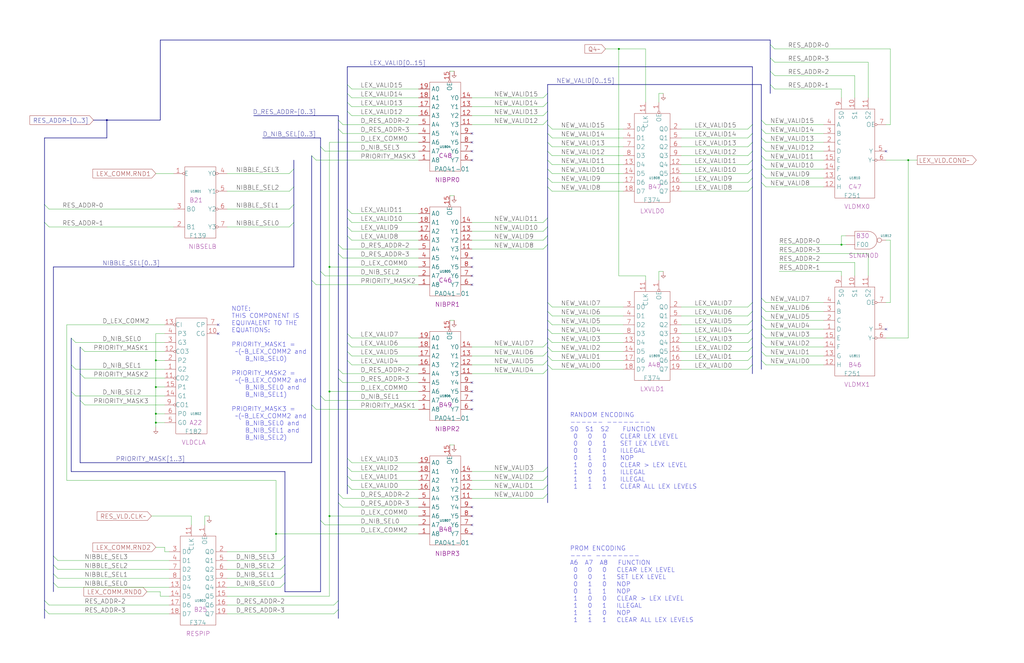
<source format=kicad_sch>
(kicad_sch (version 20250114) (generator "eeschema") (generator_version "9.0")
  (paper "User" 584.2 378.46)
  (title_block (title "RESOLVE LEX VALID") (date "22-MAY-90") (rev "1.0") (comment 1 "SEQUENCER") (comment 2 "232-003064") (comment 3 "S400") (comment 4 "RELEASED"))
  (lib_symbols
    (symbol "r1000:F00" (pin_numbers (hide yes)) (pin_names (hide yes))
      (property "Reference" "U" (at 15.24 0 0))
      (property "Value" "F00" (at 1.905 -5.08 0))
      (property "Location" "___" (at 1.905 0 0))
      (property "Name" "______" (at 2.54 -12.7 0))
      (symbol "F00_1_1"
        (pin input line (at -7.62 0 0) (length 5.08) (name "D0") (number "1"))
        (pin input line (at -7.62 -5.08 0) (length 5.08) (name "D1") (number "2"))
        (pin output line (at 15.24 -2.54 180) (length 2.54) (name "Q") (number "3"))
      )
      (symbol "F00_1_2"
        (pin input line (at -7.62 0 0) (length 2.54) (name "D0") (number "1"))
        (pin input line (at -7.62 -5.08 0) (length 2.54) (name "D1") (number "2"))
        (pin output line (at 15.24 -2.54 180) (length 5.08) (name "Q") (number "3"))
      )
    )
    (symbol "r1000:F139" (pin_names (offset 1.016))
      (property "Reference" "U" (at 2.54 5.08 0))
      (property "Value" "F139" (at -1.27 -20.32 0))
      (property "Location" "___" (at -1.27 0 0))
      (property "Name" "______" (at 6.35 -27.94 0))
      (symbol "F139_1_1"
        (pin input line (at -10.16 15.24 0) (length 5.08) (name "E") (number "1"))
        (pin input line (at -10.16 -5.08 0) (length 6.35) (name "B0") (number "3"))
        (pin input line (at -10.16 -15.24 0) (length 6.35) (name "B1") (number "2"))
        (pin output line (at 20.32 15.24 180) (length 5.08) (name "Y0") (number "4"))
        (pin output line (at 20.32 5.08 180) (length 5.08) (name "Y1") (number "5"))
        (pin output line (at 20.32 -5.08 180) (length 5.08) (name "Y2") (number "6"))
        (pin output line (at 20.32 -15.24 180) (length 5.08) (name "Y3") (number "7"))
      )
    )
    (symbol "r1000:F182" (pin_names (offset 1.016))
      (property "Reference" "U" (at 2.54 5.08 0))
      (property "Value" "F182" (at -3.81 -5.08 0))
      (property "Location" "___" (at -1.27 0 0))
      (property "Name" "______" (at 1.27 -12.7 0))
      (symbol "F182_1_1"
        (pin input line (at -15.24 55.88 0) (length 5.08) (name "CI") (number "13"))
        (pin input line (at -15.24 50.8 0) (length 6.35) (name "P3") (number "4"))
        (pin input line (at -15.24 45.72 0) (length 6.35) (name "G3") (number "3"))
        (pin output line (at -15.24 40.64 0) (length 5.08) (name "CO3") (number "12"))
        (pin input line (at -15.24 35.56 0) (length 6.35) (name "P2") (number "2"))
        (pin input line (at -15.24 30.48 0) (length 6.35) (name "G2") (number "1"))
        (pin output line (at -15.24 25.4 0) (length 5.08) (name "CO2") (number "11"))
        (pin input line (at -15.24 20.32 0) (length 6.35) (name "P1") (number "15"))
        (pin input line (at -15.24 15.24 0) (length 6.35) (name "G1") (number "14"))
        (pin output line (at -15.24 10.16 0) (length 5.08) (name "CO1") (number "9"))
        (pin input line (at -15.24 5.08 0) (length 6.35) (name "P0") (number "6"))
        (pin input line (at -15.24 0 0) (length 6.35) (name "G0") (number "5"))
        (pin output line (at 15.24 55.88 180) (length 6.35) (name "CP") (number "7"))
        (pin output line (at 15.24 50.8 180) (length 6.35) (name "CG") (number "10"))
      )
    )
    (symbol "r1000:F251" (pin_names (offset 1.016))
      (property "Reference" "U" (at 2.54 5.08 0))
      (property "Value" "F251" (at -3.81 -5.08 0))
      (property "Location" "___" (at -1.27 0 0))
      (property "Name" "______" (at 3.81 -12.7 0))
      (symbol "F251_1_1"
        (pin input line (at -15.24 35.56 0) (length 6.35) (name "A") (number "4"))
        (pin input line (at -15.24 30.48 0) (length 6.35) (name "B") (number "3"))
        (pin input line (at -15.24 25.4 0) (length 6.35) (name "C") (number "2"))
        (pin input line (at -15.24 20.32 0) (length 6.35) (name "D") (number "1"))
        (pin input line (at -15.24 15.24 0) (length 6.35) (name "E") (number "15"))
        (pin input line (at -15.24 10.16 0) (length 6.35) (name "F") (number "14"))
        (pin input line (at -15.24 5.08 0) (length 6.35) (name "G") (number "13"))
        (pin input line (at -15.24 0 0) (length 6.35) (name "H") (number "12"))
        (pin input line (at -5.08 50.8 270) (length 6.35) (name "S0") (number "9"))
        (pin input line (at 2.54 50.8 270) (length 6.35) (name "S1") (number "10"))
        (pin input line (at 10.16 50.8 270) (length 6.35) (name "S2") (number "11"))
        (pin input line (at 20.32 35.56 180) (length 5.08) (name "OE") (number "7"))
        (pin tri_state line (at 20.32 20.32 180) (length 6.35) (name "Y") (number "5"))
        (pin tri_state line (at 20.32 15.24 180) (length 5.08) (name "Y~") (number "6"))
      )
    )
    (symbol "r1000:F374" (pin_names (offset 1.016))
      (property "Reference" "U" (at 2.54 5.08 0))
      (property "Value" "F374" (at -3.81 -7.62 0))
      (property "Location" "___" (at -1.27 0 0))
      (property "Name" "______" (at 1.27 -15.24 0))
      (symbol "F374_1_1"
        (pin input line (at -15.24 33.02 0) (length 6.35) (name "D0") (number "3"))
        (pin input line (at -15.24 27.94 0) (length 6.35) (name "D1") (number "4"))
        (pin input line (at -15.24 22.86 0) (length 6.35) (name "D2") (number "7"))
        (pin input line (at -15.24 17.78 0) (length 6.35) (name "D3") (number "8"))
        (pin input line (at -15.24 12.7 0) (length 6.35) (name "D4") (number "13"))
        (pin input line (at -15.24 7.62 0) (length 6.35) (name "D5") (number "14"))
        (pin input line (at -15.24 2.54 0) (length 6.35) (name "D6") (number "17"))
        (pin input line (at -15.24 -2.54 0) (length 6.35) (name "D7") (number "18"))
        (pin input line (at -2.54 48.26 270) (length 6.35) (name "CLK") (number "11"))
        (pin input line (at 5.08 48.26 270) (length 5.08) (name "OE") (number "1"))
        (pin tri_state line (at 17.78 33.02 180) (length 6.35) (name "Q0") (number "2"))
        (pin tri_state line (at 17.78 27.94 180) (length 6.35) (name "Q1") (number "5"))
        (pin tri_state line (at 17.78 22.86 180) (length 6.35) (name "Q2") (number "6"))
        (pin tri_state line (at 17.78 17.78 180) (length 6.35) (name "Q3") (number "9"))
        (pin tri_state line (at 17.78 12.7 180) (length 6.35) (name "Q4") (number "12"))
        (pin tri_state line (at 17.78 7.62 180) (length 6.35) (name "Q5") (number "15"))
        (pin tri_state line (at 17.78 2.54 180) (length 6.35) (name "Q6") (number "16"))
        (pin tri_state line (at 17.78 -2.54 180) (length 6.35) (name "Q7") (number "19"))
      )
    )
    (symbol "r1000:PAxxx" (pin_names (offset 1.016))
      (property "Reference" "U" (at 2.54 5.08 0))
      (property "Value" "PAxxx" (at -3.81 -7.62 0))
      (property "Location" "___" (at -1.27 0 0))
      (property "Name" "______" (at 3.81 -15.24 0))
      (symbol "PAxxx_1_1"
        (pin input line (at -12.7 38.1 0) (length 6.35) (name "A0") (number "19"))
        (pin input line (at -12.7 33.02 0) (length 6.35) (name "A1") (number "18"))
        (pin input line (at -12.7 27.94 0) (length 6.35) (name "A2") (number "17"))
        (pin input line (at -12.7 22.86 0) (length 6.35) (name "A3") (number "16"))
        (pin input line (at -12.7 17.78 0) (length 6.35) (name "A4") (number "5"))
        (pin input line (at -12.7 12.7 0) (length 6.35) (name "A5") (number "4"))
        (pin input line (at -12.7 7.62 0) (length 6.35) (name "A6") (number "3"))
        (pin input line (at -12.7 2.54 0) (length 6.35) (name "A7") (number "2"))
        (pin input line (at -12.7 -2.54 0) (length 6.35) (name "A8") (number "1"))
        (pin input line (at 5.08 48.26 270) (length 5.08) (name "OE") (number "15"))
        (pin tri_state line (at 17.78 33.02 180) (length 6.35) (name "Y0") (number "14"))
        (pin tri_state line (at 17.78 27.94 180) (length 6.35) (name "Y1") (number "13"))
        (pin tri_state line (at 17.78 22.86 180) (length 6.35) (name "Y2") (number "12"))
        (pin tri_state line (at 17.78 17.78 180) (length 6.35) (name "Y3") (number "11"))
        (pin tri_state line (at 17.78 12.7 180) (length 6.35) (name "Y4") (number "9"))
        (pin tri_state line (at 17.78 7.62 180) (length 6.35) (name "Y5") (number "8"))
        (pin tri_state line (at 17.78 2.54 180) (length 6.35) (name "Y6") (number "7"))
        (pin tri_state line (at 17.78 -2.54 180) (length 6.35) (name "Y7") (number "6"))
      )
    )
    (symbol "r1000:PD" (power) (pin_numbers (hide yes)) (pin_names (hide yes)) (in_bom no)
      (symbol "PD_1_1"
        (pin power_in line (at 0 0 270) (length 2.54) (name "PD") (number "1"))
      )
    )
  )
  (text "RANDOM ENCODING\n------ --------\nS0  S1  S2    FUNCTION\n 0   0   0    CLEAR LEX LEVEL\n 0   0   1    SET LEX LEVEL\n 0   1   0    ILLEGAL\n 0   1   1    NOP\n 1   0   0    CLEAR > LEX LEVEL\n 1   0   1    ILLEGAL\n 1   1   0    ILLEGAL\n 1   1   1    CLEAR ALL LEX LEVELS\n" (at 325.12 279.4 0) (effects (font (size 2.54 2.54)) (justify left bottom)))
  (text "NOTE:\nTHIS COMPONENT IS\nEQUIVALENT TO THE\nEQUATIONS:\n\nPRIORITY_MASK1 =\n ~(~B_LEX_COMM2 and\n    B_NIB_SEL0)\n\nPRIORITY_MASK2 =\n ~(~B_LEX_COMM2 and\n    B_NIB_SEL0 and\n    B_NIB_SEL1)\n\nPRIORITY_MASK3 =\n ~(~B_LEX_COMM2 and\n    B_NIB_SEL0 and\n    B_NIB_SEL1 and\n    B_NIB_SEL2)" (at 132.08 251.46 0) (effects (font (size 2.54 2.54)) (justify left bottom)))
  (text "PROM ENCODING\n---- --------\nA6  A7  A8   FUNCTION\n 0   0   0   CLEAR LEX LEVEL\n 0   0   1   SET LEX LEVEL\n 0   1   0   NOP\n 0   1   1   NOP\n 1   0   0   CLEAR > LEX LEVEL\n 1   0   1   ILLEGAL\n 1   1   0   NOP\n 1   1   1   CLEAR ALL LEX LEVELS" (at 325.12 355.6 0) (effects (font (size 2.54 2.54)) (justify left bottom)))
  (junction (at 187.96 223.52))
  (junction (at 187.96 152.4))
  (junction (at 480.06 139.7))
  (junction (at 88.9 236.22))
  (junction (at 88.9 241.3))
  (junction (at 353.06 27.94))
  (junction (at 187.96 294.64))
  (junction (at 88.9 220.98))
  (junction (at 60.96 68.58))
  (junction (at 157.48 304.8))
  (junction (at 88.9 205.74))
  (junction (at 518.16 91.44))
  (no_connect (at 269.24 304.8))
  (no_connect (at 269.24 218.44))
  (no_connect (at 269.24 91.44))
  (no_connect (at 269.24 152.4))
  (no_connect (at 124.46 190.5))
  (no_connect (at 269.24 289.56))
  (no_connect (at 269.24 294.64))
  (no_connect (at 124.46 185.42))
  (no_connect (at 269.24 81.28))
  (no_connect (at 269.24 299.72))
  (no_connect (at 505.46 187.96))
  (no_connect (at 269.24 228.6))
  (no_connect (at 269.24 162.56))
  (no_connect (at 269.24 147.32))
  (no_connect (at 269.24 157.48))
  (no_connect (at 269.24 76.2))
  (no_connect (at 505.46 86.36))
  (no_connect (at 269.24 223.52))
  (no_connect (at 269.24 86.36))
  (no_connect (at 269.24 233.68))
  (bus_entry (at 439.42 40.64) (size 2.54 2.54))
  (bus_entry (at 312.42 208.28) (size 2.54 2.54))
  (bus_entry (at 162.56 332.74) (size -2.54 2.54))
  (bus_entry (at 177.8 160.02) (size 2.54 2.54))
  (bus_entry (at 182.88 83.82) (size 2.54 2.54))
  (bus_entry (at 429.26 91.44) (size -2.54 2.54))
  (bus_entry (at 312.42 281.94) (size -2.54 2.54))
  (bus_entry (at 182.88 297.18) (size 2.54 2.54))
  (bus_entry (at 439.42 48.26) (size 2.54 2.54))
  (bus_entry (at 182.88 154.94) (size 2.54 2.54))
  (bus_entry (at 40.64 193.04) (size 2.54 2.54))
  (bus_entry (at 193.04 144.78) (size 2.54 2.54))
  (bus_entry (at 177.8 88.9) (size 2.54 2.54))
  (bus_entry (at 312.42 68.58) (size -2.54 2.54))
  (bus_entry (at 312.42 139.7) (size -2.54 2.54))
  (bus_entry (at 434.34 68.58) (size 2.54 2.54))
  (bus_entry (at 312.42 193.04) (size 2.54 2.54))
  (bus_entry (at 434.34 104.14) (size 2.54 2.54))
  (bus_entry (at 439.42 25.4) (size 2.54 2.54))
  (bus_entry (at 198.12 266.7) (size 2.54 2.54))
  (bus_entry (at 312.42 134.62) (size -2.54 2.54))
  (bus_entry (at 312.42 172.72) (size 2.54 2.54))
  (bus_entry (at 45.72 228.6) (size 2.54 2.54))
  (bus_entry (at 198.12 271.78) (size 2.54 2.54))
  (bus_entry (at 434.34 205.74) (size 2.54 2.54))
  (bus_entry (at 312.42 81.28) (size 2.54 2.54))
  (bus_entry (at 434.34 83.82) (size 2.54 2.54))
  (bus_entry (at 193.04 73.66) (size 2.54 2.54))
  (bus_entry (at 429.26 71.12) (size -2.54 2.54))
  (bus_entry (at 198.12 119.38) (size 2.54 2.54))
  (bus_entry (at 429.26 86.36) (size -2.54 2.54))
  (bus_entry (at 429.26 81.28) (size -2.54 2.54))
  (bus_entry (at 25.4 116.84) (size 2.54 2.54))
  (bus_entry (at 198.12 58.42) (size 2.54 2.54))
  (bus_entry (at 434.34 73.66) (size 2.54 2.54))
  (bus_entry (at 429.26 182.88) (size -2.54 2.54))
  (bus_entry (at 182.88 226.06) (size 2.54 2.54))
  (bus_entry (at 198.12 134.62) (size 2.54 2.54))
  (bus_entry (at 429.26 193.04) (size -2.54 2.54))
  (bus_entry (at 162.56 322.58) (size -2.54 2.54))
  (bus_entry (at 312.42 129.54) (size -2.54 2.54))
  (bus_entry (at 434.34 195.58) (size 2.54 2.54))
  (bus_entry (at 312.42 198.12) (size 2.54 2.54))
  (bus_entry (at 312.42 106.68) (size 2.54 2.54))
  (bus_entry (at 25.4 347.98) (size 2.54 2.54))
  (bus_entry (at 30.48 317.5) (size 2.54 2.54))
  (bus_entry (at 312.42 86.36) (size 2.54 2.54))
  (bus_entry (at 312.42 210.82) (size -2.54 2.54))
  (bus_entry (at 434.34 78.74) (size 2.54 2.54))
  (bus_entry (at 434.34 88.9) (size 2.54 2.54))
  (bus_entry (at 193.04 139.7) (size 2.54 2.54))
  (bus_entry (at 434.34 190.5) (size 2.54 2.54))
  (bus_entry (at 193.04 210.82) (size 2.54 2.54))
  (bus_entry (at 429.26 187.96) (size -2.54 2.54))
  (bus_entry (at 198.12 200.66) (size 2.54 2.54))
  (bus_entry (at 312.42 63.5) (size -2.54 2.54))
  (bus_entry (at 434.34 180.34) (size 2.54 2.54))
  (bus_entry (at 439.42 33.02) (size 2.54 2.54))
  (bus_entry (at 312.42 76.2) (size 2.54 2.54))
  (bus_entry (at 312.42 203.2) (size 2.54 2.54))
  (bus_entry (at 167.64 116.84) (size -2.54 2.54))
  (bus_entry (at 434.34 200.66) (size 2.54 2.54))
  (bus_entry (at 312.42 91.44) (size 2.54 2.54))
  (bus_entry (at 312.42 266.7) (size -2.54 2.54))
  (bus_entry (at 429.26 203.2) (size -2.54 2.54))
  (bus_entry (at 30.48 332.74) (size 2.54 2.54))
  (bus_entry (at 434.34 93.98) (size 2.54 2.54))
  (bus_entry (at 167.64 96.52) (size -2.54 2.54))
  (bus_entry (at 198.12 129.54) (size 2.54 2.54))
  (bus_entry (at 429.26 106.68) (size -2.54 2.54))
  (bus_entry (at 312.42 124.46) (size -2.54 2.54))
  (bus_entry (at 193.04 342.9) (size -2.54 2.54))
  (bus_entry (at 198.12 190.5) (size 2.54 2.54))
  (bus_entry (at 429.26 172.72) (size -2.54 2.54))
  (bus_entry (at 25.4 127) (size 2.54 2.54))
  (bus_entry (at 193.04 347.98) (size -2.54 2.54))
  (bus_entry (at 434.34 99.06) (size 2.54 2.54))
  (bus_entry (at 434.34 175.26) (size 2.54 2.54))
  (bus_entry (at 198.12 261.62) (size 2.54 2.54))
  (bus_entry (at 25.4 342.9) (size 2.54 2.54))
  (bus_entry (at 312.42 276.86) (size -2.54 2.54))
  (bus_entry (at 312.42 195.58) (size -2.54 2.54))
  (bus_entry (at 193.04 281.94) (size 2.54 2.54))
  (bus_entry (at 193.04 215.9) (size 2.54 2.54))
  (bus_entry (at 167.64 106.68) (size -2.54 2.54))
  (bus_entry (at 198.12 124.46) (size 2.54 2.54))
  (bus_entry (at 429.26 96.52) (size -2.54 2.54))
  (bus_entry (at 429.26 198.12) (size -2.54 2.54))
  (bus_entry (at 312.42 187.96) (size 2.54 2.54))
  (bus_entry (at 198.12 195.58) (size 2.54 2.54))
  (bus_entry (at 312.42 200.66) (size -2.54 2.54))
  (bus_entry (at 434.34 185.42) (size 2.54 2.54))
  (bus_entry (at 193.04 68.58) (size 2.54 2.54))
  (bus_entry (at 429.26 101.6) (size -2.54 2.54))
  (bus_entry (at 312.42 101.6) (size 2.54 2.54))
  (bus_entry (at 429.26 177.8) (size -2.54 2.54))
  (bus_entry (at 198.12 53.34) (size 2.54 2.54))
  (bus_entry (at 312.42 58.42) (size -2.54 2.54))
  (bus_entry (at 312.42 96.52) (size 2.54 2.54))
  (bus_entry (at 167.64 127) (size -2.54 2.54))
  (bus_entry (at 312.42 53.34) (size -2.54 2.54))
  (bus_entry (at 45.72 198.12) (size 2.54 2.54))
  (bus_entry (at 434.34 170.18) (size 2.54 2.54))
  (bus_entry (at 198.12 48.26) (size 2.54 2.54))
  (bus_entry (at 198.12 205.74) (size 2.54 2.54))
  (bus_entry (at 40.64 208.28) (size 2.54 2.54))
  (bus_entry (at 429.26 76.2) (size -2.54 2.54))
  (bus_entry (at 162.56 327.66) (size -2.54 2.54))
  (bus_entry (at 193.04 287.02) (size 2.54 2.54))
  (bus_entry (at 312.42 71.12) (size 2.54 2.54))
  (bus_entry (at 429.26 208.28) (size -2.54 2.54))
  (bus_entry (at 312.42 177.8) (size 2.54 2.54))
  (bus_entry (at 30.48 327.66) (size 2.54 2.54))
  (bus_entry (at 45.72 213.36) (size 2.54 2.54))
  (bus_entry (at 312.42 205.74) (size -2.54 2.54))
  (bus_entry (at 40.64 223.52) (size 2.54 2.54))
  (bus_entry (at 312.42 271.78) (size -2.54 2.54))
  (bus_entry (at 198.12 63.5) (size 2.54 2.54))
  (bus_entry (at 177.8 231.14) (size 2.54 2.54))
  (bus_entry (at 30.48 322.58) (size 2.54 2.54))
  (bus_entry (at 162.56 317.5) (size -2.54 2.54))
  (bus_entry (at 198.12 276.86) (size 2.54 2.54))
  (bus_entry (at 312.42 182.88) (size 2.54 2.54))
  (bus (pts (xy 439.42 25.4) (xy 439.42 33.02)))
  (wire (pts (xy 88.9 241.3) (xy 88.9 243.84)))
  (wire (pts (xy 269.24 71.12) (xy 309.88 71.12)))
  (bus (pts (xy 193.04 287.02) (xy 193.04 342.9)))
  (wire (pts (xy 185.42 157.48) (xy 238.76 157.48)))
  (wire (pts (xy 129.54 330.2) (xy 160.02 330.2)))
  (bus (pts (xy 198.12 271.78) (xy 198.12 276.86)))
  (bus (pts (xy 193.04 342.9) (xy 193.04 347.98)))
  (bus (pts (xy 434.34 185.42) (xy 434.34 190.5)))
  (wire (pts (xy 436.88 198.12) (xy 469.9 198.12)))
  (wire (pts (xy 436.88 71.12) (xy 469.9 71.12)))
  (bus (pts (xy 182.88 83.82) (xy 182.88 154.94)))
  (bus (pts (xy 312.42 195.58) (xy 312.42 198.12)))
  (bus (pts (xy 193.04 144.78) (xy 193.04 210.82)))
  (wire (pts (xy 93.98 185.42) (xy 38.1 185.42)))
  (wire (pts (xy 436.88 177.8) (xy 469.9 177.8)))
  (wire (pts (xy 495.3 144.78) (xy 495.3 157.48)))
  (bus (pts (xy 162.56 322.58) (xy 162.56 327.66)))
  (bus (pts (xy 312.42 210.82) (xy 312.42 266.7)))
  (wire (pts (xy 195.58 147.32) (xy 238.76 147.32)))
  (wire (pts (xy 388.62 180.34) (xy 426.72 180.34)))
  (wire (pts (xy 269.24 198.12) (xy 309.88 198.12)))
  (bus (pts (xy 312.42 101.6) (xy 312.42 106.68)))
  (bus (pts (xy 429.26 203.2) (xy 429.26 208.28)))
  (wire (pts (xy 375.92 53.34) (xy 375.92 58.42)))
  (bus (pts (xy 193.04 66.04) (xy 193.04 68.58)))
  (bus (pts (xy 162.56 269.24) (xy 162.56 317.5)))
  (wire (pts (xy 187.96 152.4) (xy 238.76 152.4)))
  (wire (pts (xy 116.84 294.64) (xy 116.84 299.72)))
  (wire (pts (xy 388.62 73.66) (xy 426.72 73.66)))
  (wire (pts (xy 505.46 172.72) (xy 508 172.72)))
  (wire (pts (xy 88.9 220.98) (xy 93.98 220.98)))
  (wire (pts (xy 88.9 99.06) (xy 99.06 99.06)))
  (bus (pts (xy 312.42 281.94) (xy 312.42 287.02)))
  (wire (pts (xy 508 137.16) (xy 508 172.72)))
  (bus (pts (xy 198.12 53.34) (xy 198.12 58.42)))
  (wire (pts (xy 27.94 129.54) (xy 99.06 129.54)))
  (wire (pts (xy 495.3 35.56) (xy 495.3 55.88)))
  (bus (pts (xy 312.42 124.46) (xy 312.42 129.54)))
  (bus (pts (xy 439.42 22.86) (xy 439.42 25.4)))
  (bus (pts (xy 149.86 78.74) (xy 182.88 78.74)))
  (wire (pts (xy 200.66 193.04) (xy 238.76 193.04)))
  (bus (pts (xy 25.4 347.98) (xy 25.4 353.06)))
  (wire (pts (xy 487.68 43.18) (xy 487.68 55.88)))
  (bus (pts (xy 167.64 96.52) (xy 167.64 106.68)))
  (wire (pts (xy 33.02 320.04) (xy 96.52 320.04)))
  (wire (pts (xy 441.96 35.56) (xy 495.3 35.56)))
  (bus (pts (xy 434.34 170.18) (xy 434.34 175.26)))
  (wire (pts (xy 505.46 193.04) (xy 518.16 193.04)))
  (bus (pts (xy 429.26 101.6) (xy 429.26 106.68)))
  (wire (pts (xy 388.62 205.74) (xy 426.72 205.74)))
  (bus (pts (xy 429.26 71.12) (xy 429.26 76.2)))
  (bus (pts (xy 162.56 332.74) (xy 162.56 337.82)))
  (bus (pts (xy 144.78 66.04) (xy 193.04 66.04)))
  (bus (pts (xy 25.4 342.9) (xy 25.4 347.98)))
  (wire (pts (xy 200.66 198.12) (xy 238.76 198.12)))
  (bus (pts (xy 167.64 106.68) (xy 167.64 116.84)))
  (bus (pts (xy 312.42 182.88) (xy 312.42 187.96)))
  (wire (pts (xy 480.06 50.8) (xy 480.06 55.88)))
  (wire (pts (xy 388.62 88.9) (xy 426.72 88.9)))
  (wire (pts (xy 195.58 142.24) (xy 238.76 142.24)))
  (bus (pts (xy 434.34 83.82) (xy 434.34 88.9)))
  (bus (pts (xy 198.12 134.62) (xy 198.12 190.5)))
  (bus (pts (xy 434.34 205.74) (xy 434.34 210.82)))
  (wire (pts (xy 436.88 208.28) (xy 469.9 208.28)))
  (wire (pts (xy 269.24 60.96) (xy 309.88 60.96)))
  (wire (pts (xy 375.92 154.94) (xy 378.46 154.94)))
  (wire (pts (xy 436.88 96.52) (xy 469.9 96.52)))
  (wire (pts (xy 200.66 127) (xy 238.76 127)))
  (wire (pts (xy 487.68 149.86) (xy 487.68 157.48)))
  (wire (pts (xy 200.66 279.4) (xy 238.76 279.4)))
  (bus (pts (xy 434.34 68.58) (xy 434.34 73.66)))
  (wire (pts (xy 129.54 129.54) (xy 165.1 129.54)))
  (bus (pts (xy 429.26 106.68) (xy 429.26 172.72)))
  (bus (pts (xy 312.42 91.44) (xy 312.42 96.52)))
  (wire (pts (xy 88.9 236.22) (xy 88.9 241.3)))
  (bus (pts (xy 312.42 172.72) (xy 312.42 177.8)))
  (bus (pts (xy 434.34 88.9) (xy 434.34 93.98)))
  (bus (pts (xy 439.42 40.64) (xy 439.42 48.26)))
  (bus (pts (xy 312.42 203.2) (xy 312.42 205.74)))
  (wire (pts (xy 91.44 340.36) (xy 96.52 340.36)))
  (bus (pts (xy 312.42 200.66) (xy 312.42 203.2)))
  (wire (pts (xy 314.96 200.66) (xy 355.6 200.66)))
  (wire (pts (xy 185.42 299.72) (xy 238.76 299.72)))
  (bus (pts (xy 429.26 96.52) (xy 429.26 101.6)))
  (wire (pts (xy 256.54 111.76) (xy 259.08 111.76)))
  (wire (pts (xy 157.48 304.8) (xy 238.76 304.8)))
  (bus (pts (xy 198.12 261.62) (xy 198.12 266.7)))
  (bus (pts (xy 60.96 68.58) (xy 60.96 78.74)))
  (bus (pts (xy 193.04 215.9) (xy 193.04 281.94)))
  (wire (pts (xy 314.96 88.9) (xy 355.6 88.9)))
  (wire (pts (xy 256.54 182.88) (xy 259.08 182.88)))
  (wire (pts (xy 368.3 157.48) (xy 368.3 160.02)))
  (bus (pts (xy 198.12 195.58) (xy 198.12 200.66)))
  (wire (pts (xy 129.54 109.22) (xy 165.1 109.22)))
  (bus (pts (xy 434.34 73.66) (xy 434.34 78.74)))
  (bus (pts (xy 312.42 208.28) (xy 312.42 210.82)))
  (wire (pts (xy 180.34 91.44) (xy 238.76 91.44)))
  (wire (pts (xy 88.9 241.3) (xy 93.98 241.3)))
  (bus (pts (xy 434.34 200.66) (xy 434.34 205.74)))
  (bus (pts (xy 198.12 129.54) (xy 198.12 134.62)))
  (bus (pts (xy 429.26 38.1) (xy 429.26 71.12)))
  (wire (pts (xy 48.26 200.66) (xy 93.98 200.66)))
  (bus (pts (xy 312.42 48.26) (xy 434.34 48.26)))
  (wire (pts (xy 269.24 274.32) (xy 309.88 274.32)))
  (wire (pts (xy 518.16 193.04) (xy 518.16 91.44)))
  (bus (pts (xy 434.34 104.14) (xy 434.34 170.18)))
  (bus (pts (xy 198.12 124.46) (xy 198.12 129.54)))
  (wire (pts (xy 480.06 139.7) (xy 482.6 139.7)))
  (bus (pts (xy 193.04 68.58) (xy 193.04 73.66)))
  (wire (pts (xy 436.88 86.36) (xy 469.9 86.36)))
  (bus (pts (xy 167.64 116.84) (xy 167.64 127)))
  (bus (pts (xy 162.56 317.5) (xy 162.56 322.58)))
  (wire (pts (xy 129.54 340.36) (xy 187.96 340.36)))
  (wire (pts (xy 441.96 27.94) (xy 508 27.94)))
  (bus (pts (xy 45.72 213.36) (xy 45.72 228.6)))
  (bus (pts (xy 312.42 86.36) (xy 312.42 91.44)))
  (bus (pts (xy 434.34 78.74) (xy 434.34 83.82)))
  (bus (pts (xy 439.42 22.86) (xy 91.44 22.86)))
  (wire (pts (xy 375.92 154.94) (xy 375.92 160.02)))
  (wire (pts (xy 43.18 195.58) (xy 93.98 195.58)))
  (bus (pts (xy 193.04 210.82) (xy 193.04 215.9)))
  (wire (pts (xy 314.96 73.66) (xy 355.6 73.66)))
  (bus (pts (xy 439.42 33.02) (xy 439.42 40.64)))
  (wire (pts (xy 33.02 330.2) (xy 96.52 330.2)))
  (wire (pts (xy 314.96 109.22) (xy 355.6 109.22)))
  (wire (pts (xy 508 27.94) (xy 508 71.12)))
  (bus (pts (xy 434.34 195.58) (xy 434.34 200.66)))
  (wire (pts (xy 269.24 213.36) (xy 309.88 213.36)))
  (wire (pts (xy 187.96 223.52) (xy 238.76 223.52)))
  (wire (pts (xy 314.96 83.82) (xy 355.6 83.82)))
  (wire (pts (xy 157.48 304.8) (xy 157.48 314.96)))
  (wire (pts (xy 88.9 205.74) (xy 88.9 220.98)))
  (bus (pts (xy 177.8 231.14) (xy 177.8 264.16)))
  (bus (pts (xy 198.12 190.5) (xy 198.12 195.58)))
  (wire (pts (xy 200.66 269.24) (xy 238.76 269.24)))
  (wire (pts (xy 119.38 294.64) (xy 116.84 294.64)))
  (bus (pts (xy 182.88 297.18) (xy 182.88 337.82)))
  (wire (pts (xy 518.16 91.44) (xy 523.24 91.44)))
  (wire (pts (xy 48.26 231.14) (xy 93.98 231.14)))
  (bus (pts (xy 198.12 119.38) (xy 198.12 124.46)))
  (wire (pts (xy 444.5 149.86) (xy 487.68 149.86)))
  (bus (pts (xy 91.44 22.86) (xy 91.44 68.58)))
  (bus (pts (xy 312.42 134.62) (xy 312.42 139.7)))
  (bus (pts (xy 312.42 276.86) (xy 312.42 281.94)))
  (wire (pts (xy 27.94 345.44) (xy 96.52 345.44)))
  (wire (pts (xy 129.54 325.12) (xy 160.02 325.12)))
  (bus (pts (xy 312.42 266.7) (xy 312.42 271.78)))
  (bus (pts (xy 312.42 198.12) (xy 312.42 200.66)))
  (wire (pts (xy 83.82 337.82) (xy 91.44 337.82)))
  (bus (pts (xy 312.42 53.34) (xy 312.42 58.42)))
  (wire (pts (xy 269.24 132.08) (xy 309.88 132.08)))
  (wire (pts (xy 388.62 195.58) (xy 426.72 195.58)))
  (wire (pts (xy 368.3 27.94) (xy 368.3 58.42)))
  (bus (pts (xy 312.42 76.2) (xy 312.42 81.28)))
  (bus (pts (xy 429.26 76.2) (xy 429.26 81.28)))
  (wire (pts (xy 436.88 91.44) (xy 469.9 91.44)))
  (wire (pts (xy 480.06 154.94) (xy 480.06 157.48)))
  (wire (pts (xy 314.96 104.14) (xy 355.6 104.14)))
  (wire (pts (xy 27.94 119.38) (xy 99.06 119.38)))
  (wire (pts (xy 314.96 175.26) (xy 355.6 175.26)))
  (wire (pts (xy 129.54 99.06) (xy 165.1 99.06)))
  (wire (pts (xy 436.88 172.72) (xy 469.9 172.72)))
  (bus (pts (xy 198.12 205.74) (xy 198.12 261.62)))
  (wire (pts (xy 187.96 340.36) (xy 187.96 294.64)))
  (wire (pts (xy 505.46 137.16) (xy 508 137.16)))
  (bus (pts (xy 198.12 266.7) (xy 198.12 271.78)))
  (bus (pts (xy 167.64 91.44) (xy 167.64 96.52)))
  (bus (pts (xy 434.34 180.34) (xy 434.34 185.42)))
  (bus (pts (xy 30.48 332.74) (xy 30.48 337.82)))
  (wire (pts (xy 444.5 139.7) (xy 480.06 139.7)))
  (bus (pts (xy 312.42 48.26) (xy 312.42 53.34)))
  (wire (pts (xy 269.24 137.16) (xy 309.88 137.16)))
  (wire (pts (xy 269.24 203.2) (xy 309.88 203.2)))
  (wire (pts (xy 436.88 106.68) (xy 469.9 106.68)))
  (bus (pts (xy 182.88 78.74) (xy 182.88 83.82)))
  (wire (pts (xy 33.02 325.12) (xy 96.52 325.12)))
  (wire (pts (xy 180.34 233.68) (xy 238.76 233.68)))
  (bus (pts (xy 30.48 152.4) (xy 30.48 317.5)))
  (wire (pts (xy 314.96 210.82) (xy 355.6 210.82)))
  (bus (pts (xy 25.4 78.74) (xy 25.4 116.84)))
  (bus (pts (xy 429.26 177.8) (xy 429.26 182.88)))
  (wire (pts (xy 129.54 320.04) (xy 160.02 320.04)))
  (bus (pts (xy 312.42 205.74) (xy 312.42 208.28)))
  (wire (pts (xy 157.48 314.96) (xy 129.54 314.96)))
  (wire (pts (xy 200.66 55.88) (xy 238.76 55.88)))
  (bus (pts (xy 312.42 129.54) (xy 312.42 134.62)))
  (wire (pts (xy 345.44 27.94) (xy 353.06 27.94)))
  (wire (pts (xy 93.98 312.42) (xy 93.98 314.96)))
  (bus (pts (xy 167.64 152.4) (xy 30.48 152.4)))
  (wire (pts (xy 314.96 205.74) (xy 355.6 205.74)))
  (bus (pts (xy 30.48 322.58) (xy 30.48 327.66)))
  (wire (pts (xy 441.96 43.18) (xy 487.68 43.18)))
  (wire (pts (xy 436.88 81.28) (xy 469.9 81.28)))
  (wire (pts (xy 388.62 109.22) (xy 426.72 109.22)))
  (bus (pts (xy 429.26 182.88) (xy 429.26 187.96)))
  (wire (pts (xy 353.06 27.94) (xy 368.3 27.94)))
  (wire (pts (xy 200.66 60.96) (xy 238.76 60.96)))
  (bus (pts (xy 312.42 193.04) (xy 312.42 195.58)))
  (bus (pts (xy 198.12 48.26) (xy 198.12 53.34)))
  (bus (pts (xy 312.42 68.58) (xy 312.42 71.12)))
  (bus (pts (xy 434.34 99.06) (xy 434.34 104.14)))
  (bus (pts (xy 312.42 81.28) (xy 312.42 86.36)))
  (bus (pts (xy 193.04 347.98) (xy 193.04 353.06)))
  (wire (pts (xy 314.96 180.34) (xy 355.6 180.34)))
  (bus (pts (xy 40.64 223.52) (xy 40.64 269.24)))
  (wire (pts (xy 269.24 127) (xy 309.88 127)))
  (wire (pts (xy 388.62 175.26) (xy 426.72 175.26)))
  (bus (pts (xy 198.12 63.5) (xy 198.12 119.38)))
  (wire (pts (xy 480.06 134.62) (xy 480.06 139.7)))
  (wire (pts (xy 436.88 76.2) (xy 469.9 76.2)))
  (bus (pts (xy 25.4 127) (xy 25.4 342.9)))
  (wire (pts (xy 180.34 162.56) (xy 238.76 162.56)))
  (wire (pts (xy 436.88 187.96) (xy 469.9 187.96)))
  (wire (pts (xy 388.62 93.98) (xy 426.72 93.98)))
  (wire (pts (xy 505.46 91.44) (xy 518.16 91.44)))
  (wire (pts (xy 388.62 83.82) (xy 426.72 83.82)))
  (bus (pts (xy 312.42 63.5) (xy 312.42 68.58)))
  (wire (pts (xy 269.24 279.4) (xy 309.88 279.4)))
  (bus (pts (xy 312.42 177.8) (xy 312.42 182.88)))
  (wire (pts (xy 38.1 185.42) (xy 38.1 274.32)))
  (wire (pts (xy 388.62 99.06) (xy 426.72 99.06)))
  (bus (pts (xy 429.26 91.44) (xy 429.26 96.52)))
  (bus (pts (xy 193.04 139.7) (xy 193.04 144.78)))
  (bus (pts (xy 312.42 139.7) (xy 312.42 172.72)))
  (bus (pts (xy 429.26 187.96) (xy 429.26 193.04)))
  (wire (pts (xy 200.66 264.16) (xy 238.76 264.16)))
  (bus (pts (xy 312.42 187.96) (xy 312.42 193.04)))
  (wire (pts (xy 256.54 40.64) (xy 259.08 40.64)))
  (wire (pts (xy 378.46 53.34) (xy 375.92 53.34)))
  (bus (pts (xy 429.26 193.04) (xy 429.26 198.12)))
  (wire (pts (xy 187.96 294.64) (xy 238.76 294.64)))
  (bus (pts (xy 429.26 86.36) (xy 429.26 91.44)))
  (wire (pts (xy 185.42 228.6) (xy 238.76 228.6)))
  (bus (pts (xy 60.96 78.74) (xy 25.4 78.74)))
  (wire (pts (xy 195.58 284.48) (xy 238.76 284.48)))
  (bus (pts (xy 198.12 38.1) (xy 198.12 48.26)))
  (wire (pts (xy 388.62 210.82) (xy 426.72 210.82)))
  (wire (pts (xy 508 71.12) (xy 505.46 71.12)))
  (wire (pts (xy 129.54 335.28) (xy 160.02 335.28)))
  (wire (pts (xy 109.22 294.64) (xy 109.22 299.72)))
  (bus (pts (xy 198.12 200.66) (xy 198.12 205.74)))
  (bus (pts (xy 429.26 198.12) (xy 429.26 203.2)))
  (wire (pts (xy 38.1 274.32) (xy 157.48 274.32)))
  (bus (pts (xy 434.34 175.26) (xy 434.34 180.34)))
  (wire (pts (xy 129.54 350.52) (xy 190.5 350.52)))
  (wire (pts (xy 43.18 226.06) (xy 93.98 226.06)))
  (wire (pts (xy 269.24 284.48) (xy 309.88 284.48)))
  (bus (pts (xy 30.48 327.66) (xy 30.48 332.74)))
  (bus (pts (xy 45.72 228.6) (xy 45.72 264.16)))
  (bus (pts (xy 198.12 38.1) (xy 429.26 38.1)))
  (wire (pts (xy 314.96 93.98) (xy 355.6 93.98)))
  (bus (pts (xy 429.26 172.72) (xy 429.26 177.8)))
  (wire (pts (xy 200.66 137.16) (xy 238.76 137.16)))
  (bus (pts (xy 429.26 81.28) (xy 429.26 86.36)))
  (wire (pts (xy 185.42 86.36) (xy 238.76 86.36)))
  (bus (pts (xy 53.34 68.58) (xy 60.96 68.58)))
  (wire (pts (xy 88.9 220.98) (xy 88.9 236.22)))
  (wire (pts (xy 269.24 269.24) (xy 309.88 269.24)))
  (wire (pts (xy 200.66 203.2) (xy 238.76 203.2)))
  (wire (pts (xy 88.9 190.5) (xy 88.9 205.74)))
  (wire (pts (xy 269.24 142.24) (xy 309.88 142.24)))
  (wire (pts (xy 86.36 294.64) (xy 109.22 294.64)))
  (wire (pts (xy 195.58 71.12) (xy 238.76 71.12)))
  (bus (pts (xy 434.34 48.26) (xy 434.34 68.58)))
  (wire (pts (xy 441.96 50.8) (xy 480.06 50.8)))
  (wire (pts (xy 256.54 254) (xy 259.08 254)))
  (wire (pts (xy 269.24 66.04) (xy 309.88 66.04)))
  (bus (pts (xy 40.64 269.24) (xy 162.56 269.24)))
  (bus (pts (xy 45.72 198.12) (xy 45.72 213.36)))
  (bus (pts (xy 30.48 317.5) (xy 30.48 322.58)))
  (bus (pts (xy 312.42 71.12) (xy 312.42 76.2)))
  (wire (pts (xy 93.98 190.5) (xy 88.9 190.5)))
  (wire (pts (xy 195.58 218.44) (xy 238.76 218.44)))
  (bus (pts (xy 198.12 58.42) (xy 198.12 63.5)))
  (bus (pts (xy 439.42 48.26) (xy 439.42 53.34)))
  (wire (pts (xy 88.9 236.22) (xy 93.98 236.22)))
  (bus (pts (xy 312.42 271.78) (xy 312.42 276.86)))
  (bus (pts (xy 91.44 68.58) (xy 60.96 68.58)))
  (wire (pts (xy 187.96 81.28) (xy 238.76 81.28)))
  (wire (pts (xy 157.48 274.32) (xy 157.48 304.8)))
  (wire (pts (xy 200.66 208.28) (xy 238.76 208.28)))
  (wire (pts (xy 388.62 200.66) (xy 426.72 200.66)))
  (bus (pts (xy 312.42 96.52) (xy 312.42 101.6)))
  (wire (pts (xy 187.96 81.28) (xy 187.96 152.4)))
  (bus (pts (xy 193.04 281.94) (xy 193.04 287.02)))
  (wire (pts (xy 436.88 203.2) (xy 469.9 203.2)))
  (bus (pts (xy 182.88 226.06) (xy 182.88 297.18)))
  (wire (pts (xy 93.98 314.96) (xy 96.52 314.96)))
  (bus (pts (xy 162.56 327.66) (xy 162.56 332.74)))
  (wire (pts (xy 314.96 78.74) (xy 355.6 78.74)))
  (bus (pts (xy 40.64 208.28) (xy 40.64 223.52)))
  (bus (pts (xy 167.64 127) (xy 167.64 152.4)))
  (wire (pts (xy 269.24 208.28) (xy 309.88 208.28)))
  (wire (pts (xy 200.66 50.8) (xy 238.76 50.8)))
  (wire (pts (xy 195.58 289.56) (xy 238.76 289.56)))
  (wire (pts (xy 314.96 195.58) (xy 355.6 195.58)))
  (wire (pts (xy 33.02 335.28) (xy 96.52 335.28)))
  (wire (pts (xy 200.66 274.32) (xy 238.76 274.32)))
  (wire (pts (xy 129.54 119.38) (xy 165.1 119.38)))
  (wire (pts (xy 195.58 76.2) (xy 238.76 76.2)))
  (wire (pts (xy 444.5 154.94) (xy 480.06 154.94)))
  (bus (pts (xy 193.04 73.66) (xy 193.04 139.7)))
  (wire (pts (xy 269.24 55.88) (xy 309.88 55.88)))
  (wire (pts (xy 187.96 223.52) (xy 187.96 294.64)))
  (wire (pts (xy 436.88 193.04) (xy 469.9 193.04)))
  (wire (pts (xy 129.54 345.44) (xy 190.5 345.44)))
  (wire (pts (xy 48.26 215.9) (xy 93.98 215.9)))
  (wire (pts (xy 314.96 185.42) (xy 355.6 185.42)))
  (bus (pts (xy 312.42 106.68) (xy 312.42 124.46)))
  (wire (pts (xy 436.88 101.6) (xy 469.9 101.6)))
  (bus (pts (xy 434.34 190.5) (xy 434.34 195.58)))
  (wire (pts (xy 88.9 312.42) (xy 93.98 312.42)))
  (bus (pts (xy 198.12 276.86) (xy 198.12 281.94)))
  (wire (pts (xy 388.62 190.5) (xy 426.72 190.5)))
  (bus (pts (xy 162.56 337.82) (xy 182.88 337.82)))
  (wire (pts (xy 444.5 144.78) (xy 495.3 144.78)))
  (wire (pts (xy 314.96 99.06) (xy 355.6 99.06)))
  (wire (pts (xy 480.06 134.62) (xy 482.6 134.62)))
  (wire (pts (xy 187.96 152.4) (xy 187.96 223.52)))
  (bus (pts (xy 40.64 193.04) (xy 40.64 208.28)))
  (bus (pts (xy 25.4 116.84) (xy 25.4 127)))
  (wire (pts (xy 88.9 205.74) (xy 93.98 205.74)))
  (bus (pts (xy 177.8 88.9) (xy 177.8 160.02)))
  (bus (pts (xy 429.26 208.28) (xy 429.26 213.36)))
  (bus (pts (xy 45.72 264.16) (xy 177.8 264.16)))
  (bus (pts (xy 177.8 160.02) (xy 177.8 231.14)))
  (bus (pts (xy 434.34 93.98) (xy 434.34 99.06)))
  (wire (pts (xy 200.66 121.92) (xy 238.76 121.92)))
  (bus (pts (xy 312.42 58.42) (xy 312.42 63.5)))
  (wire (pts (xy 388.62 104.14) (xy 426.72 104.14)))
  (wire (pts (xy 200.66 132.08) (xy 238.76 132.08)))
  (wire (pts (xy 353.06 27.94) (xy 353.06 157.48)))
  (wire (pts (xy 314.96 190.5) (xy 355.6 190.5)))
  (bus (pts (xy 182.88 154.94) (xy 182.88 226.06)))
  (wire (pts (xy 388.62 185.42) (xy 426.72 185.42)))
  (wire (pts (xy 200.66 66.04) (xy 238.76 66.04)))
  (wire (pts (xy 43.18 210.82) (xy 93.98 210.82)))
  (wire (pts (xy 353.06 157.48) (xy 368.3 157.48)))
  (wire (pts (xy 27.94 350.52) (xy 96.52 350.52)))
  (wire (pts (xy 436.88 182.88) (xy 469.9 182.88)))
  (wire (pts (xy 388.62 78.74) (xy 426.72 78.74)))
  (wire (pts (xy 195.58 213.36) (xy 238.76 213.36)))
  (wire (pts (xy 91.44 337.82) (xy 91.44 340.36)))
  (label "NEW_VALID0" (at 320.04 210.82 0) (effects (font (size 2.54 2.54))))
  (label "NEW_VALID3" (at 281.94 269.24 0) (effects (font (size 2.54 2.54))))
  (label "NEW_VALID9" (at 281.94 137.16 0) (effects (font (size 2.54 2.54))))
  (label "NEW_VALID1" (at 439.42 203.2 0) (effects (font (size 2.54 2.54))))
  (label "LEX_VALID4" (at 396.24 190.5 0) (effects (font (size 2.54 2.54))))
  (label "LEX_VALID9" (at 205.74 132.08 0) (effects (font (size 2.54 2.54))))
  (label "LEX_VALID6" (at 205.74 198.12 0) (effects (font (size 2.54 2.54))))
  (label "PRIORITY_MASK2" (at 205.74 162.56 0) (effects (font (size 2.54 2.54))))
  (label "LEX_VALID11" (at 205.74 121.92 0) (effects (font (size 2.54 2.54))))
  (label "NEW_VALID2" (at 439.42 198.12 0) (effects (font (size 2.54 2.54))))
  (label "LEX_VALID2" (at 396.24 200.66 0) (effects (font (size 2.54 2.54))))
  (label "NEW_VALID6" (at 439.42 177.8 0) (effects (font (size 2.54 2.54))))
  (label "RES_ADDR~0" (at 35.56 119.38 0) (effects (font (size 2.54 2.54))))
  (label "NIBBLE_SEL1" (at 134.62 119.38 0) (effects (font (size 2.54 2.54))))
  (label "D_LEX_COMM0" (at 205.74 294.64 0) (effects (font (size 2.54 2.54))))
  (label "NIBBLE_SEL[0..3]" (at 58.42 152.4 0) (effects (font (size 2.54 2.54))))
  (label "NEW_VALID12" (at 439.42 86.36 0) (effects (font (size 2.54 2.54))))
  (label "LEX_VALID4" (at 205.74 208.28 0) (effects (font (size 2.54 2.54))))
  (label "D_RES_ADDR~2" (at 205.74 142.24 0) (effects (font (size 2.54 2.54))))
  (label "RES_ADDR~0" (at 449.58 27.94 0) (effects (font (size 2.54 2.54))))
  (label "D_NIB_SEL2" (at 205.74 157.48 0) (effects (font (size 2.54 2.54))))
  (label "LEX_VALID13" (at 205.74 60.96 0) (effects (font (size 2.54 2.54))))
  (label "NEW_VALID7" (at 320.04 175.26 0) (effects (font (size 2.54 2.54))))
  (label "LEX_VALID13" (at 396.24 83.82 0) (effects (font (size 2.54 2.54))))
  (label "NEW_VALID12" (at 320.04 88.9 0) (effects (font (size 2.54 2.54))))
  (label "LEX_VALID3" (at 396.24 195.58 0) (effects (font (size 2.54 2.54))))
  (label "PRIORITY_MASK3" (at 205.74 91.44 0) (effects (font (size 2.54 2.54))))
  (label "NEW_VALID1" (at 281.94 279.4 0) (effects (font (size 2.54 2.54))))
  (label "RES_ADDR~0" (at 444.5 139.7 0) (effects (font (size 2.54 2.54))))
  (label "LEX_VALID10" (at 396.24 99.06 0) (effects (font (size 2.54 2.54))))
  (label "D_NIB_SEL2" (at 134.62 325.12 0) (effects (font (size 2.54 2.54))))
  (label "PRIORITY_MASK[1..3]" (at 66.04 264.16 0) (effects (font (size 2.54 2.54))))
  (label "LEX_VALID7" (at 205.74 193.04 0) (effects (font (size 2.54 2.54))))
  (label "LEX_VALID15" (at 205.74 50.8 0) (effects (font (size 2.54 2.54))))
  (label "LEX_VALID3" (at 205.74 264.16 0) (effects (font (size 2.54 2.54))))
  (label "D_RES_ADDR~3" (at 205.74 76.2 0) (effects (font (size 2.54 2.54))))
  (label "NIBBLE_SEL0" (at 48.26 335.28 0) (effects (font (size 2.54 2.54))))
  (label "LEX_VALID0" (at 396.24 210.82 0) (effects (font (size 2.54 2.54))))
  (label "LEX_VALID14" (at 205.74 55.88 0) (effects (font (size 2.54 2.54))))
  (label "NEW_VALID2" (at 320.04 200.66 0) (effects (font (size 2.54 2.54))))
  (label "NEW_VALID13" (at 281.94 66.04 0) (effects (font (size 2.54 2.54))))
  (label "D_NIB_SEL0" (at 134.62 335.28 0) (effects (font (size 2.54 2.54))))
  (label "LEX_VALID8" (at 396.24 109.22 0) (effects (font (size 2.54 2.54))))
  (label "PRIORITY_MASK2" (at 53.34 215.9 0) (effects (font (size 2.54 2.54))))
  (label "NEW_VALID11" (at 439.42 91.44 0) (effects (font (size 2.54 2.54))))
  (label "RES_ADDR~2" (at 444.5 149.86 0) (effects (font (size 2.54 2.54))))
  (label "NEW_VALID12" (at 281.94 71.12 0) (effects (font (size 2.54 2.54))))
  (label "NEW_VALID10" (at 320.04 99.06 0) (effects (font (size 2.54 2.54))))
  (label "LEX_VALID14" (at 396.24 78.74 0) (effects (font (size 2.54 2.54))))
  (label "LEX_VALID1" (at 396.24 205.74 0) (effects (font (size 2.54 2.54))))
  (label "D_RES_ADDR~2" (at 205.74 284.48 0) (effects (font (size 2.54 2.54))))
  (label "D_NIB_SEL1" (at 205.74 228.6 0) (effects (font (size 2.54 2.54))))
  (label "NEW_VALID13" (at 439.42 81.28 0) (effects (font (size 2.54 2.54))))
  (label "NEW_VALID11" (at 320.04 93.98 0) (effects (font (size 2.54 2.54))))
  (label "NEW_VALID4" (at 281.94 213.36 0) (effects (font (size 2.54 2.54))))
  (label "LEX_VALID15" (at 396.24 73.66 0) (effects (font (size 2.54 2.54))))
  (label "LEX_VALID8" (at 205.74 137.16 0) (effects (font (size 2.54 2.54))))
  (label "NEW_VALID5" (at 320.04 185.42 0) (effects (font (size 2.54 2.54))))
  (label "NEW_VALID8" (at 439.42 106.68 0) (effects (font (size 2.54 2.54))))
  (label "LEX_VALID12" (at 396.24 88.9 0) (effects (font (size 2.54 2.54))))
  (label "LEX_VALID5" (at 205.74 203.2 0) (effects (font (size 2.54 2.54))))
  (label "PRIORITY_MASK3" (at 53.34 231.14 0) (effects (font (size 2.54 2.54))))
  (label "D_RES_ADDR~3" (at 134.62 350.52 0) (effects (font (size 2.54 2.54))))
  (label "RES_ADDR~1" (at 449.58 50.8 0) (effects (font (size 2.54 2.54))))
  (label "D_RES_ADDR~2" (at 134.62 345.44 0) (effects (font (size 2.54 2.54))))
  (label "LEX_VALID5" (at 396.24 185.42 0) (effects (font (size 2.54 2.54))))
  (label "D_NIB_SEL2" (at 58.42 226.06 0) (effects (font (size 2.54 2.54))))
  (label "NEW_VALID15" (at 281.94 55.88 0) (effects (font (size 2.54 2.54))))
  (label "LEX_VALID[0..15]" (at 210.82 38.1 0) (effects (font (size 2.54 2.54))))
  (label "NEW_VALID10" (at 281.94 132.08 0) (effects (font (size 2.54 2.54))))
  (label "NEW_VALID4" (at 320.04 190.5 0) (effects (font (size 2.54 2.54))))
  (label "D_LEX_COMM2" (at 205.74 304.8 0) (effects (font (size 2.54 2.54))))
  (label "NIBBLE_SEL3" (at 134.62 99.06 0) (effects (font (size 2.54 2.54))))
  (label "LEX_VALID9" (at 396.24 104.14 0) (effects (font (size 2.54 2.54))))
  (label "NEW_VALID0" (at 439.42 208.28 0) (effects (font (size 2.54 2.54))))
  (label "LEX_VALID11" (at 396.24 93.98 0) (effects (font (size 2.54 2.54))))
  (label "LEX_VALID6" (at 396.24 180.34 0) (effects (font (size 2.54 2.54))))
  (label "PRIORITY_MASK1" (at 205.74 233.68 0) (effects (font (size 2.54 2.54))))
  (label "NEW_VALID5" (at 281.94 208.28 0) (effects (font (size 2.54 2.54))))
  (label "NIBBLE_SEL0" (at 134.62 129.54 0) (effects (font (size 2.54 2.54))))
  (label "D_LEX_COMM2" (at 58.42 185.42 0) (effects (font (size 2.54 2.54))))
  (label "NEW_VALID4" (at 439.42 187.96 0) (effects (font (size 2.54 2.54))))
  (label "D_NIB_SEL0" (at 205.74 299.72 0) (effects (font (size 2.54 2.54))))
  (label "D_NIB_SEL0" (at 58.42 195.58 0) (effects (font (size 2.54 2.54))))
  (label "LEX_VALID7" (at 396.24 175.26 0) (effects (font (size 2.54 2.54))))
  (label "D_LEX_COMM0" (at 205.74 223.52 0) (effects (font (size 2.54 2.54))))
  (label "NEW_VALID2" (at 281.94 274.32 0) (effects (font (size 2.54 2.54))))
  (label "D_RES_ADDR~3" (at 205.74 218.44 0) (effects (font (size 2.54 2.54))))
  (label "RES_ADDR~2" (at 449.58 43.18 0) (effects (font (size 2.54 2.54))))
  (label "D_NIB_SEL1" (at 58.42 210.82 0) (effects (font (size 2.54 2.54))))
  (label "D_NIB_SEL3" (at 205.74 86.36 0) (effects (font (size 2.54 2.54))))
  (label "NIBBLE_SEL3" (at 48.26 320.04 0) (effects (font (size 2.54 2.54))))
  (label "D_RES_ADDR~2" (at 205.74 213.36 0) (effects (font (size 2.54 2.54))))
  (label "NEW_VALID6" (at 320.04 180.34 0) (effects (font (size 2.54 2.54))))
  (label "LEX_VALID1" (at 205.74 274.32 0) (effects (font (size 2.54 2.54))))
  (label "NEW_VALID5" (at 439.42 182.88 0) (effects (font (size 2.54 2.54))))
  (label "NEW_VALID6" (at 281.94 203.2 0) (effects (font (size 2.54 2.54))))
  (label "NEW_VALID3" (at 439.42 193.04 0) (effects (font (size 2.54 2.54))))
  (label "LEX_VALID2" (at 205.74 269.24 0) (effects (font (size 2.54 2.54))))
  (label "NEW_VALID15" (at 320.04 73.66 0) (effects (font (size 2.54 2.54))))
  (label "NEW_VALID[0..15]" (at 317.5 48.26 0) (effects (font (size 2.54 2.54))))
  (label "NIBBLE_SEL2" (at 48.26 325.12 0) (effects (font (size 2.54 2.54))))
  (label "D_LEX_COMM0" (at 205.74 81.28 0) (effects (font (size 2.54 2.54))))
  (label "NIBBLE_SEL2" (at 134.62 109.22 0) (effects (font (size 2.54 2.54))))
  (label "RES_ADDR~1" (at 444.5 154.94 0) (effects (font (size 2.54 2.54))))
  (label "NEW_VALID9" (at 439.42 101.6 0) (effects (font (size 2.54 2.54))))
  (label "NEW_VALID10" (at 439.42 96.52 0) (effects (font (size 2.54 2.54))))
  (label "NEW_VALID11" (at 281.94 127 0) (effects (font (size 2.54 2.54))))
  (label "NEW_VALID14" (at 439.42 76.2 0) (effects (font (size 2.54 2.54))))
  (label "D_NIB_SEL1" (at 134.62 330.2 0) (effects (font (size 2.54 2.54))))
  (label "D_NIB_SEL[0..3]" (at 180.34 78.74 180) (effects (font (size 2.54 2.54))))
  (label "NEW_VALID8" (at 281.94 142.24 0) (effects (font (size 2.54 2.54))))
  (label "LEX_VALID10" (at 205.74 127 0) (effects (font (size 2.54 2.54))))
  (label "RES_ADDR~3" (at 444.5 144.78 0) (effects (font (size 2.54 2.54))))
  (label "NEW_VALID13" (at 320.04 83.82 0) (effects (font (size 2.54 2.54))))
  (label "RES_ADDR~3" (at 449.58 35.56 0) (effects (font (size 2.54 2.54))))
  (label "NEW_VALID9" (at 320.04 104.14 0) (effects (font (size 2.54 2.54))))
  (label "RES_ADDR~1" (at 35.56 129.54 0) (effects (font (size 2.54 2.54))))
  (label "NEW_VALID0" (at 281.94 284.48 0) (effects (font (size 2.54 2.54))))
  (label "PRIORITY_MASK1" (at 53.34 200.66 0) (effects (font (size 2.54 2.54))))
  (label "RES_ADDR~3" (at 48.26 350.52 0) (effects (font (size 2.54 2.54))))
  (label "LEX_VALID12" (at 205.74 66.04 0) (effects (font (size 2.54 2.54))))
  (label "NEW_VALID14" (at 320.04 78.74 0) (effects (font (size 2.54 2.54))))
  (label "NEW_VALID15" (at 439.42 71.12 0) (effects (font (size 2.54 2.54))))
  (label "NEW_VALID8" (at 320.04 109.22 0) (effects (font (size 2.54 2.54))))
  (label "RES_ADDR~2" (at 48.26 345.44 0) (effects (font (size 2.54 2.54))))
  (label "NEW_VALID7" (at 439.42 172.72 0) (effects (font (size 2.54 2.54))))
  (label "LEX_VALID0" (at 205.74 279.4 0) (effects (font (size 2.54 2.54))))
  (label "NIBBLE_SEL1" (at 48.26 330.2 0) (effects (font (size 2.54 2.54))))
  (label "D_NIB_SEL3" (at 134.62 320.04 0) (effects (font (size 2.54 2.54))))
  (label "NEW_VALID1" (at 320.04 205.74 0) (effects (font (size 2.54 2.54))))
  (label "D_RES_ADDR~3" (at 205.74 289.56 0) (effects (font (size 2.54 2.54))))
  (label "NEW_VALID14" (at 281.94 60.96 0) (effects (font (size 2.54 2.54))))
  (label "NEW_VALID7" (at 281.94 198.12 0) (effects (font (size 2.54 2.54))))
  (label "D_RES_ADDR~3" (at 205.74 147.32 0) (effects (font (size 2.54 2.54))))
  (label "D_RES_ADDR~2" (at 205.74 71.12 0) (effects (font (size 2.54 2.54))))
  (label "D_LEX_COMM0" (at 205.74 152.4 0) (effects (font (size 2.54 2.54))))
  (label "NEW_VALID3" (at 320.04 195.58 0) (effects (font (size 2.54 2.54))))
  (label "D_RES_ADDR~[0..3]" (at 180.34 66.04 180) (effects (font (size 2.54 2.54))))
  (global_label "RES_ADDR~[0..3]" (shape input) (at 53.34 68.58 180) (effects (font (size 2.54 2.54))) (property "Intersheetrefs" "${INTERSHEET_REFS}" (at 17.0664 68.4213 0) (effects (font (size 1.905 1.905)) (justify right))))
  (global_label "LEX_COMM.RND0" (shape input) (at 83.82 337.82 180) (effects (font (size 2.54 2.54))) (property "Intersheetrefs" "${INTERSHEET_REFS}" (at 47.9092 337.6613 0) (effects (font (size 1.905 1.905)) (justify right))))
  (global_label "LEX_COMM.RND1" (shape input) (at 88.9 99.06 180) (effects (font (size 2.54 2.54))) (property "Intersheetrefs" "${INTERSHEET_REFS}" (at 52.9892 98.9013 0) (effects (font (size 1.905 1.905)) (justify right))))
  (global_label "LEX_VLD.COND~" (shape output) (at 523.24 91.44 0) (effects (font (size 2.54 2.54))) (property "Intersheetrefs" "${INTERSHEET_REFS}" (at 556.9736 91.2813 0) (effects (font (size 1.905 1.905)) (justify left))))
  (global_label "LEX_COMM.RND2" (shape input) (at 88.9 312.42 180) (effects (font (size 2.54 2.54))) (property "Intersheetrefs" "${INTERSHEET_REFS}" (at 52.9892 312.2613 0) (effects (font (size 1.905 1.905)) (justify right))))
  (global_label "Q4~" (shape input) (at 345.44 27.94 180) (effects (font (size 2.54 2.54))) (property "Intersheetrefs" "${INTERSHEET_REFS}" (at 333.7197 27.7813 0) (effects (font (size 1.905 1.905)) (justify right))))
  (global_label "RES_VLD.CLK~" (shape input) (at 86.36 294.64 180) (effects (font (size 2.54 2.54))) (property "Intersheetrefs" "${INTERSHEET_REFS}" (at 55.4083 294.4813 0) (effects (font (size 1.905 1.905)) (justify right))))
  (symbol (lib_id "r1000:PD") (at 259.08 254 0) (unit 1) (in_bom no)
    (property "Reference" "#PWR0132" (effects (hide yes)))
    (property "Value" "PD" (effects (hide yes)))
  )
  (symbol (lib_id "r1000:F251") (at 485.14 208.28 0) (unit 1)
    (property "Reference" "U1811" (at 487.68 203.2 0))
    (property "Value" "F251" (at 481.33 213.36 0) (effects (font (size 2.54 2.54)) (justify left)))
    (property "Location" "B46" (at 483.87 208.28 0) (effects (font (size 2.54 2.54)) (justify left)))
    (property "Name" "VLDMX1" (at 488.95 220.98 0) (effects (font (size 2.54 2.54)) (justify bottom)))
  )
  (symbol (lib_id "r1000:F374") (at 370.84 208.28 0) (unit 1)
    (property "Reference" "U1809" (at 373.38 203.2 0))
    (property "Value" "F374" (at 367.03 215.9 0) (effects (font (size 2.54 2.54)) (justify left)))
    (property "Location" "A48" (at 369.57 208.28 0) (effects (font (size 2.54 2.54)) (justify left)))
    (property "Name" "LXVLD1" (at 372.11 223.52 0) (effects (font (size 2.54 2.54)) (justify bottom)))
  )
  (symbol (lib_id "r1000:PD") (at 259.08 111.76 0) (unit 1) (in_bom no)
    (property "Reference" "#PWR0133" (effects (hide yes)))
    (property "Value" "PD" (effects (hide yes)))
  )
  (symbol (lib_id "r1000:F139") (at 109.22 114.3 0) (unit 1)
    (property "Reference" "U1801" (at 111.76 109.22 0))
    (property "Value" "F139" (at 107.95 134.62 0) (effects (font (size 2.54 2.54)) (justify left)))
    (property "Location" "B21" (at 107.95 114.3 0) (effects (font (size 2.54 2.54)) (justify left)))
    (property "Name" "NIBSELB" (at 115.57 142.24 0) (effects (font (size 2.54 2.54)) (justify bottom)))
  )
  (symbol (lib_id "r1000:PD") (at 88.9 243.84 0) (unit 1) (in_bom no)
    (property "Reference" "#PWR01801" (effects (hide yes)))
    (property "Value" "PD" (effects (hide yes)))
  )
  (symbol (lib_id "r1000:F182") (at 109.22 241.3 0) (unit 1)
    (property "Reference" "U1802" (at 111.76 236.22 0))
    (property "Value" "F182" (at 105.41 246.38 0) (effects (font (size 2.54 2.54)) (justify left)))
    (property "Location" "A22" (at 107.95 241.3 0) (effects (font (size 2.54 2.54)) (justify left)))
    (property "Name" "VLDCLA" (at 110.49 254 0) (effects (font (size 2.54 2.54)) (justify bottom)))
  )
  (symbol (lib_id "r1000:PD") (at 119.38 294.64 0) (unit 1) (in_bom no)
    (property "Reference" "#PWR0131" (effects (hide yes)))
    (property "Value" "PD" (effects (hide yes)))
  )
  (symbol (lib_id "r1000:PAxxx") (at 251.46 88.9 0) (unit 1)
    (property "Reference" "U1804" (at 254 83.82 0))
    (property "Value" "PA041-01" (at 247.65 96.52 0) (effects (font (size 2.54 2.54)) (justify left)))
    (property "Location" "C48" (at 250.19 88.9 0) (effects (font (size 2.54 2.54)) (justify left)))
    (property "Name" "NIBPR0" (at 255.27 104.14 0) (effects (font (size 2.54 2.54)) (justify bottom)))
  )
  (symbol (lib_id "r1000:PAxxx") (at 251.46 302.26 0) (unit 1)
    (property "Reference" "U1807" (at 254 297.18 0))
    (property "Value" "PA041-01" (at 247.65 309.88 0) (effects (font (size 2.54 2.54)) (justify left)))
    (property "Location" "B48" (at 250.19 302.26 0) (effects (font (size 2.54 2.54)) (justify left)))
    (property "Name" "NIBPR3" (at 255.27 317.5 0) (effects (font (size 2.54 2.54)) (justify bottom)))
  )
  (symbol (lib_id "r1000:PD") (at 259.08 182.88 0) (unit 1) (in_bom no)
    (property "Reference" "#PWR0130" (effects (hide yes)))
    (property "Value" "PD" (effects (hide yes)))
  )
  (symbol (lib_id "r1000:F374") (at 111.76 347.98 0) (unit 1)
    (property "Reference" "U1803" (at 114.3 342.9 0))
    (property "Value" "F374" (at 107.95 355.6 0) (effects (font (size 2.54 2.54)) (justify left)))
    (property "Location" "B25" (at 110.49 347.98 0) (effects (font (size 2.54 2.54)) (justify left)))
    (property "Name" "RESPIP" (at 113.03 363.22 0) (effects (font (size 2.54 2.54)) (justify bottom)))
  )
  (symbol (lib_id "r1000:F374") (at 370.84 106.68 0) (unit 1)
    (property "Reference" "U1808" (at 373.38 101.6 0))
    (property "Value" "F374" (at 367.03 114.3 0) (effects (font (size 2.54 2.54)) (justify left)))
    (property "Location" "B47" (at 369.57 106.68 0) (effects (font (size 2.54 2.54)) (justify left)))
    (property "Name" "LXVLD0" (at 372.11 121.92 0) (effects (font (size 2.54 2.54)) (justify bottom)))
  )
  (symbol (lib_id "r1000:F251") (at 485.14 106.68 0) (unit 1)
    (property "Reference" "U1810" (at 487.68 101.6 0))
    (property "Value" "F251" (at 481.33 111.76 0) (effects (font (size 2.54 2.54)) (justify left)))
    (property "Location" "C47" (at 483.87 106.68 0) (effects (font (size 2.54 2.54)) (justify left)))
    (property "Name" "VLDMX0" (at 488.95 119.38 0) (effects (font (size 2.54 2.54)) (justify bottom)))
  )
  (symbol (lib_id "r1000:PD") (at 259.08 40.64 0) (unit 1) (in_bom no)
    (property "Reference" "#PWR0129" (effects (hide yes)))
    (property "Value" "PD" (effects (hide yes)))
  )
  (symbol (lib_id "r1000:PD") (at 378.46 154.94 0) (unit 1) (in_bom no)
    (property "Reference" "#PWR0128" (effects (hide yes)))
    (property "Value" "PD" (effects (hide yes)))
  )
  (symbol (lib_id "r1000:PAxxx") (at 251.46 231.14 0) (unit 1)
    (property "Reference" "U1806" (at 254 226.06 0))
    (property "Value" "PA041-01" (at 247.65 238.76 0) (effects (font (size 2.54 2.54)) (justify left)))
    (property "Location" "B49" (at 250.19 231.14 0) (effects (font (size 2.54 2.54)) (justify left)))
    (property "Name" "NIBPR2" (at 255.27 246.38 0) (effects (font (size 2.54 2.54)) (justify bottom)))
  )
  (symbol (lib_id "r1000:PD") (at 378.46 53.34 0) (unit 1) (in_bom no)
    (property "Reference" "#PWR0140" (effects (hide yes)))
    (property "Value" "PD" (effects (hide yes)))
  )
  (symbol (lib_id "r1000:PAxxx") (at 251.46 160.02 0) (unit 1)
    (property "Reference" "U1805" (at 254 154.94 0))
    (property "Value" "PA041-01" (at 247.65 167.64 0) (effects (font (size 2.54 2.54)) (justify left)))
    (property "Location" "C46" (at 250.19 160.02 0) (effects (font (size 2.54 2.54)) (justify left)))
    (property "Name" "NIBPR1" (at 255.27 175.26 0) (effects (font (size 2.54 2.54)) (justify bottom)))
  )
  (symbol (lib_id "r1000:F00") (at 490.22 134.62 0) (unit 1)
    (property "Reference" "U1812" (at 505.46 134.62 0))
    (property "Value" "F00" (at 492.125 139.7 0) (effects (font (size 2.54 2.54))))
    (property "Location" "B30" (at 492.125 134.62 0) (effects (font (size 2.54 2.54))))
    (property "Name" "SLNAN0D" (at 492.76 147.32 0) (effects (font (size 2.54 2.54)) (justify bottom)))
  )
)
</source>
